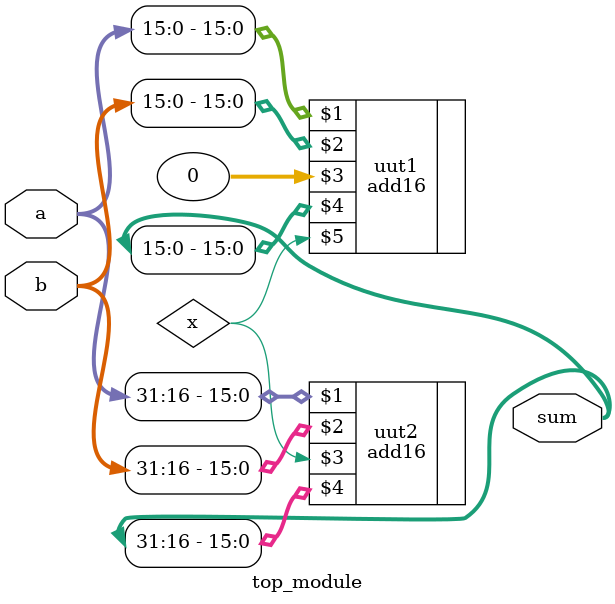
<source format=v>
module top_module(
    input [31:0] a,
    input [31:0] b,
    output [31:0] sum
);
    wire x;//connection of add16_1 and add16_2
    add16 uut1(a[15:0],b[15:0],0,sum[15:0],x);
    add16 uut2(a[31:16],b[31:16],x,sum[31:16]);
        
        
endmodule

</source>
